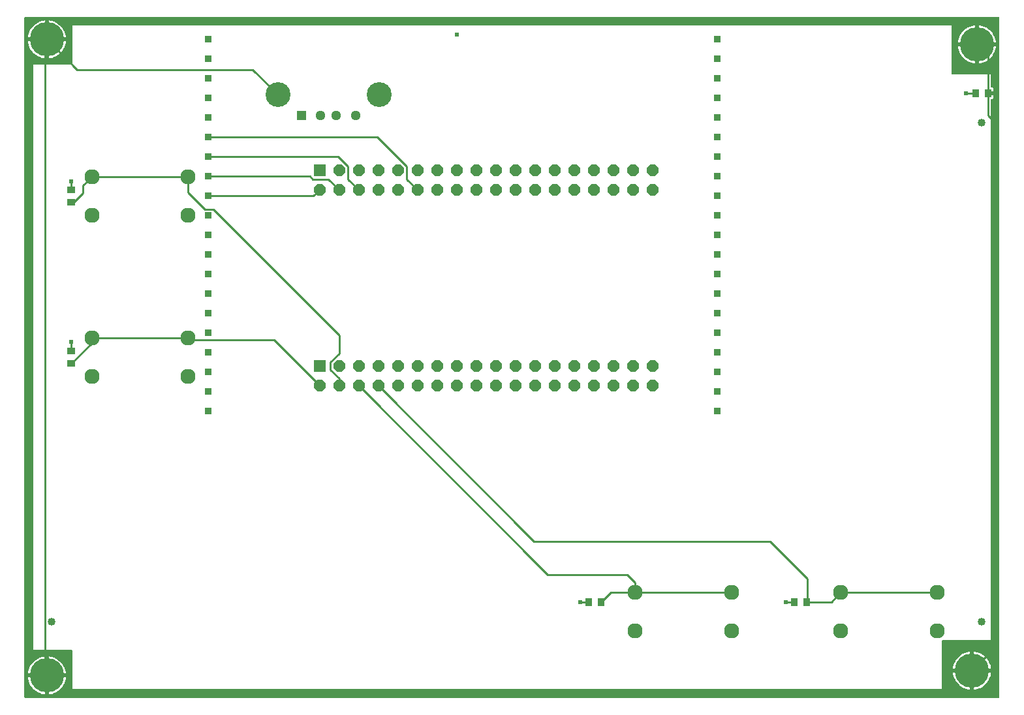
<source format=gbr>
G04 EAGLE Gerber RS-274X export*
G75*
%MOMM*%
%FSLAX34Y34*%
%LPD*%
%INTop Copper*%
%IPPOS*%
%AMOC8*
5,1,8,0,0,1.08239X$1,22.5*%
G01*
%ADD10R,1.288000X1.288000*%
%ADD11C,1.288000*%
%ADD12C,3.220000*%
%ADD13C,1.016000*%
%ADD14C,4.445000*%
%ADD15R,1.524000X1.524000*%
%ADD16P,1.649562X8X22.500000*%
%ADD17C,1.960000*%
%ADD18R,1.031241X0.949959*%
%ADD19R,0.949959X1.031241*%
%ADD20R,0.904800X0.904800*%
%ADD21C,0.254000*%
%ADD22C,0.609600*%

G36*
X1267444Y885308D02*
X1267444Y885308D01*
X1267437Y885427D01*
X1267424Y885465D01*
X1267419Y885506D01*
X1267376Y885616D01*
X1267339Y885729D01*
X1267317Y885764D01*
X1267302Y885801D01*
X1267233Y885897D01*
X1267169Y885998D01*
X1267139Y886026D01*
X1267116Y886059D01*
X1267024Y886135D01*
X1266937Y886216D01*
X1266902Y886236D01*
X1266871Y886261D01*
X1266763Y886312D01*
X1266659Y886370D01*
X1266619Y886380D01*
X1266583Y886397D01*
X1266466Y886419D01*
X1266351Y886449D01*
X1266291Y886453D01*
X1266271Y886457D01*
X1266250Y886455D01*
X1266190Y886459D01*
X3810Y886459D01*
X3692Y886444D01*
X3573Y886437D01*
X3535Y886424D01*
X3494Y886419D01*
X3384Y886376D01*
X3271Y886339D01*
X3236Y886317D01*
X3199Y886302D01*
X3103Y886233D01*
X3002Y886169D01*
X2974Y886139D01*
X2941Y886116D01*
X2865Y886024D01*
X2784Y885937D01*
X2764Y885902D01*
X2739Y885871D01*
X2688Y885763D01*
X2630Y885659D01*
X2620Y885619D01*
X2603Y885583D01*
X2581Y885466D01*
X2551Y885351D01*
X2547Y885291D01*
X2543Y885271D01*
X2545Y885250D01*
X2541Y885190D01*
X2541Y3810D01*
X2556Y3692D01*
X2563Y3573D01*
X2576Y3535D01*
X2581Y3494D01*
X2624Y3384D01*
X2661Y3271D01*
X2683Y3236D01*
X2698Y3199D01*
X2767Y3103D01*
X2831Y3002D01*
X2861Y2974D01*
X2884Y2941D01*
X2976Y2865D01*
X3063Y2784D01*
X3098Y2764D01*
X3129Y2739D01*
X3237Y2688D01*
X3341Y2630D01*
X3381Y2620D01*
X3417Y2603D01*
X3534Y2581D01*
X3649Y2551D01*
X3709Y2547D01*
X3729Y2543D01*
X3750Y2545D01*
X3810Y2541D01*
X1266190Y2541D01*
X1266308Y2556D01*
X1266427Y2563D01*
X1266465Y2576D01*
X1266506Y2581D01*
X1266616Y2624D01*
X1266729Y2661D01*
X1266764Y2683D01*
X1266801Y2698D01*
X1266897Y2767D01*
X1266998Y2831D01*
X1267026Y2861D01*
X1267059Y2884D01*
X1267135Y2976D01*
X1267216Y3063D01*
X1267236Y3098D01*
X1267261Y3129D01*
X1267312Y3237D01*
X1267370Y3341D01*
X1267380Y3381D01*
X1267397Y3417D01*
X1267419Y3534D01*
X1267449Y3649D01*
X1267453Y3709D01*
X1267457Y3729D01*
X1267455Y3750D01*
X1267459Y3810D01*
X1267459Y885190D01*
X1267444Y885308D01*
G37*
%LPC*%
G36*
X63500Y824231D02*
X63500Y824231D01*
X63618Y824246D01*
X63737Y824253D01*
X63775Y824266D01*
X63816Y824271D01*
X63926Y824314D01*
X64039Y824351D01*
X64074Y824373D01*
X64111Y824388D01*
X64207Y824458D01*
X64308Y824521D01*
X64336Y824551D01*
X64369Y824574D01*
X64445Y824666D01*
X64526Y824753D01*
X64546Y824788D01*
X64571Y824819D01*
X64622Y824927D01*
X64680Y825031D01*
X64690Y825071D01*
X64707Y825107D01*
X64729Y825224D01*
X64759Y825339D01*
X64763Y825400D01*
X64767Y825420D01*
X64765Y825440D01*
X64769Y825500D01*
X64769Y875031D01*
X1205231Y875031D01*
X1205231Y812800D01*
X1205246Y812682D01*
X1205253Y812563D01*
X1205266Y812525D01*
X1205271Y812484D01*
X1205314Y812374D01*
X1205351Y812261D01*
X1205373Y812226D01*
X1205388Y812189D01*
X1205458Y812093D01*
X1205521Y811992D01*
X1205551Y811964D01*
X1205574Y811931D01*
X1205666Y811856D01*
X1205753Y811774D01*
X1205788Y811754D01*
X1205819Y811729D01*
X1205927Y811678D01*
X1206031Y811620D01*
X1206071Y811610D01*
X1206107Y811593D01*
X1206224Y811571D01*
X1206339Y811541D01*
X1206400Y811537D01*
X1206420Y811533D01*
X1206440Y811535D01*
X1206500Y811531D01*
X1256031Y811531D01*
X1256031Y796366D01*
X1256046Y796248D01*
X1256053Y796129D01*
X1256066Y796091D01*
X1256071Y796051D01*
X1256114Y795940D01*
X1256151Y795827D01*
X1256173Y795793D01*
X1256188Y795755D01*
X1256258Y795659D01*
X1256321Y795558D01*
X1256351Y795530D01*
X1256374Y795498D01*
X1256466Y795422D01*
X1256553Y795340D01*
X1256588Y795321D01*
X1256619Y795295D01*
X1256727Y795244D01*
X1256831Y795187D01*
X1256871Y795176D01*
X1256907Y795159D01*
X1257024Y795137D01*
X1257139Y795107D01*
X1257200Y795103D01*
X1257220Y795099D01*
X1257240Y795101D01*
X1257300Y795097D01*
X1257685Y795097D01*
X1258332Y794924D01*
X1258911Y794589D01*
X1259384Y794116D01*
X1259718Y793537D01*
X1259892Y792891D01*
X1259892Y789774D01*
X1257300Y789774D01*
X1257182Y789759D01*
X1257063Y789752D01*
X1257025Y789739D01*
X1256984Y789734D01*
X1256874Y789690D01*
X1256761Y789654D01*
X1256726Y789632D01*
X1256689Y789617D01*
X1256593Y789547D01*
X1256492Y789484D01*
X1256464Y789454D01*
X1256431Y789430D01*
X1256356Y789339D01*
X1256274Y789252D01*
X1256254Y789217D01*
X1256229Y789185D01*
X1256178Y789078D01*
X1256120Y788974D01*
X1256110Y788934D01*
X1256093Y788898D01*
X1256071Y788781D01*
X1256041Y788666D01*
X1256037Y788605D01*
X1256033Y788585D01*
X1256035Y788565D01*
X1256031Y788505D01*
X1256031Y786295D01*
X1256046Y786177D01*
X1256053Y786058D01*
X1256066Y786020D01*
X1256071Y785980D01*
X1256114Y785869D01*
X1256151Y785756D01*
X1256173Y785721D01*
X1256188Y785684D01*
X1256258Y785588D01*
X1256321Y785487D01*
X1256351Y785459D01*
X1256374Y785427D01*
X1256466Y785351D01*
X1256553Y785269D01*
X1256588Y785250D01*
X1256619Y785224D01*
X1256727Y785173D01*
X1256831Y785116D01*
X1256871Y785105D01*
X1256907Y785088D01*
X1257024Y785066D01*
X1257139Y785036D01*
X1257200Y785032D01*
X1257220Y785028D01*
X1257240Y785030D01*
X1257300Y785026D01*
X1259891Y785026D01*
X1259892Y781909D01*
X1259718Y781263D01*
X1259384Y780684D01*
X1258911Y780211D01*
X1258332Y779876D01*
X1257685Y779703D01*
X1257300Y779703D01*
X1257182Y779688D01*
X1257063Y779681D01*
X1257025Y779668D01*
X1256984Y779663D01*
X1256874Y779619D01*
X1256761Y779583D01*
X1256726Y779561D01*
X1256689Y779546D01*
X1256593Y779476D01*
X1256492Y779413D01*
X1256464Y779383D01*
X1256431Y779359D01*
X1256356Y779268D01*
X1256274Y779181D01*
X1256254Y779146D01*
X1256229Y779114D01*
X1256178Y779007D01*
X1256120Y778902D01*
X1256110Y778863D01*
X1256093Y778827D01*
X1256071Y778710D01*
X1256041Y778595D01*
X1256037Y778534D01*
X1256033Y778514D01*
X1256035Y778494D01*
X1256031Y778434D01*
X1256031Y77469D01*
X1193800Y77469D01*
X1193682Y77454D01*
X1193563Y77447D01*
X1193525Y77434D01*
X1193484Y77429D01*
X1193374Y77386D01*
X1193261Y77349D01*
X1193226Y77327D01*
X1193189Y77312D01*
X1193093Y77243D01*
X1192992Y77179D01*
X1192964Y77149D01*
X1192931Y77126D01*
X1192856Y77034D01*
X1192774Y76947D01*
X1192754Y76912D01*
X1192729Y76881D01*
X1192678Y76773D01*
X1192620Y76669D01*
X1192610Y76629D01*
X1192593Y76593D01*
X1192571Y76476D01*
X1192541Y76361D01*
X1192537Y76301D01*
X1192533Y76281D01*
X1192535Y76260D01*
X1192531Y76200D01*
X1192531Y13969D01*
X64769Y13969D01*
X64769Y63500D01*
X64754Y63618D01*
X64747Y63737D01*
X64734Y63775D01*
X64729Y63816D01*
X64686Y63926D01*
X64649Y64039D01*
X64627Y64074D01*
X64612Y64111D01*
X64543Y64207D01*
X64479Y64308D01*
X64449Y64336D01*
X64426Y64369D01*
X64334Y64445D01*
X64247Y64526D01*
X64212Y64546D01*
X64181Y64571D01*
X64073Y64622D01*
X63969Y64680D01*
X63929Y64690D01*
X63893Y64707D01*
X63776Y64729D01*
X63661Y64759D01*
X63601Y64763D01*
X63581Y64767D01*
X63560Y64765D01*
X63500Y64769D01*
X13969Y64769D01*
X13969Y824231D01*
X63500Y824231D01*
G37*
%LPD*%
%LPC*%
G36*
X34289Y859789D02*
X34289Y859789D01*
X34289Y881886D01*
X35905Y881704D01*
X38617Y881085D01*
X41242Y880167D01*
X43749Y878960D01*
X46104Y877480D01*
X48279Y875745D01*
X50245Y873779D01*
X51980Y871604D01*
X53460Y869249D01*
X54667Y866742D01*
X55585Y864117D01*
X56204Y861405D01*
X56386Y859789D01*
X34289Y859789D01*
G37*
%LPD*%
%LPC*%
G36*
X1240789Y853439D02*
X1240789Y853439D01*
X1240789Y875536D01*
X1242405Y875354D01*
X1245117Y874735D01*
X1247742Y873817D01*
X1250249Y872610D01*
X1252604Y871130D01*
X1254779Y869395D01*
X1256745Y867429D01*
X1258480Y865254D01*
X1259960Y862899D01*
X1261167Y860392D01*
X1262085Y857767D01*
X1262704Y855055D01*
X1262886Y853439D01*
X1240789Y853439D01*
G37*
%LPD*%
%LPC*%
G36*
X1234439Y40639D02*
X1234439Y40639D01*
X1234439Y62736D01*
X1236055Y62554D01*
X1238767Y61935D01*
X1241392Y61017D01*
X1243899Y59810D01*
X1246254Y58330D01*
X1248429Y56595D01*
X1250395Y54629D01*
X1252130Y52454D01*
X1253610Y50099D01*
X1254817Y47592D01*
X1255735Y44967D01*
X1256354Y42255D01*
X1256536Y40639D01*
X1234439Y40639D01*
G37*
%LPD*%
%LPC*%
G36*
X34289Y34289D02*
X34289Y34289D01*
X34289Y56386D01*
X35905Y56204D01*
X38617Y55585D01*
X41242Y54667D01*
X43749Y53460D01*
X46104Y51980D01*
X48279Y50245D01*
X50245Y48279D01*
X51980Y46104D01*
X53460Y43749D01*
X54667Y41242D01*
X55585Y38617D01*
X56204Y35905D01*
X56386Y34289D01*
X34289Y34289D01*
G37*
%LPD*%
%LPC*%
G36*
X7114Y859789D02*
X7114Y859789D01*
X7296Y861405D01*
X7915Y864117D01*
X8833Y866742D01*
X10040Y869249D01*
X11520Y871604D01*
X13255Y873779D01*
X15221Y875745D01*
X17396Y877480D01*
X19751Y878960D01*
X22258Y880167D01*
X24883Y881085D01*
X27595Y881704D01*
X29211Y881886D01*
X29211Y859789D01*
X7114Y859789D01*
G37*
%LPD*%
%LPC*%
G36*
X1213614Y853439D02*
X1213614Y853439D01*
X1213796Y855055D01*
X1214415Y857767D01*
X1215333Y860392D01*
X1216540Y862899D01*
X1218020Y865254D01*
X1219755Y867429D01*
X1221721Y869395D01*
X1223896Y871130D01*
X1226251Y872610D01*
X1228758Y873817D01*
X1231383Y874735D01*
X1234095Y875354D01*
X1235711Y875536D01*
X1235711Y853439D01*
X1213614Y853439D01*
G37*
%LPD*%
%LPC*%
G36*
X34289Y854711D02*
X34289Y854711D01*
X56386Y854711D01*
X56204Y853095D01*
X55585Y850383D01*
X54667Y847758D01*
X53460Y845251D01*
X51980Y842896D01*
X50245Y840721D01*
X48279Y838755D01*
X46104Y837020D01*
X43749Y835540D01*
X41242Y834333D01*
X38617Y833415D01*
X35905Y832796D01*
X34289Y832614D01*
X34289Y854711D01*
G37*
%LPD*%
%LPC*%
G36*
X1240789Y848361D02*
X1240789Y848361D01*
X1262886Y848361D01*
X1262704Y846745D01*
X1262085Y844033D01*
X1261167Y841408D01*
X1259960Y838901D01*
X1258480Y836546D01*
X1256745Y834371D01*
X1254779Y832405D01*
X1252604Y830670D01*
X1250249Y829190D01*
X1247742Y827983D01*
X1245117Y827065D01*
X1242405Y826446D01*
X1240789Y826264D01*
X1240789Y848361D01*
G37*
%LPD*%
%LPC*%
G36*
X1207264Y40639D02*
X1207264Y40639D01*
X1207446Y42255D01*
X1208065Y44967D01*
X1208983Y47592D01*
X1210190Y50099D01*
X1211670Y52454D01*
X1213405Y54629D01*
X1215371Y56595D01*
X1217546Y58330D01*
X1219901Y59810D01*
X1222408Y61017D01*
X1225033Y61935D01*
X1227745Y62554D01*
X1229361Y62736D01*
X1229361Y40639D01*
X1207264Y40639D01*
G37*
%LPD*%
%LPC*%
G36*
X7114Y34289D02*
X7114Y34289D01*
X7296Y35905D01*
X7915Y38617D01*
X8833Y41242D01*
X10040Y43749D01*
X11520Y46104D01*
X13255Y48279D01*
X15221Y50245D01*
X17396Y51980D01*
X19751Y53460D01*
X22258Y54667D01*
X24883Y55585D01*
X27595Y56204D01*
X29211Y56386D01*
X29211Y34289D01*
X7114Y34289D01*
G37*
%LPD*%
%LPC*%
G36*
X1234439Y35561D02*
X1234439Y35561D01*
X1256536Y35561D01*
X1256354Y33945D01*
X1255735Y31233D01*
X1254817Y28608D01*
X1253610Y26101D01*
X1252130Y23746D01*
X1250395Y21571D01*
X1248429Y19605D01*
X1246254Y17870D01*
X1243899Y16390D01*
X1241392Y15183D01*
X1238767Y14265D01*
X1236055Y13646D01*
X1234439Y13464D01*
X1234439Y35561D01*
G37*
%LPD*%
%LPC*%
G36*
X34289Y29211D02*
X34289Y29211D01*
X56386Y29211D01*
X56204Y27595D01*
X55585Y24883D01*
X54667Y22258D01*
X53460Y19751D01*
X51980Y17396D01*
X50245Y15221D01*
X48279Y13255D01*
X46104Y11520D01*
X43749Y10040D01*
X41242Y8833D01*
X38617Y7915D01*
X35905Y7296D01*
X34289Y7114D01*
X34289Y29211D01*
G37*
%LPD*%
%LPC*%
G36*
X27595Y832796D02*
X27595Y832796D01*
X24883Y833415D01*
X22258Y834333D01*
X19751Y835540D01*
X17396Y837020D01*
X15221Y838755D01*
X13255Y840721D01*
X11520Y842896D01*
X10040Y845251D01*
X8833Y847758D01*
X7915Y850383D01*
X7296Y853095D01*
X7114Y854711D01*
X29211Y854711D01*
X29211Y832614D01*
X27595Y832796D01*
G37*
%LPD*%
%LPC*%
G36*
X1234095Y826446D02*
X1234095Y826446D01*
X1231383Y827065D01*
X1228758Y827983D01*
X1226251Y829190D01*
X1223896Y830670D01*
X1221721Y832405D01*
X1219755Y834371D01*
X1218020Y836546D01*
X1216540Y838901D01*
X1215333Y841408D01*
X1214415Y844033D01*
X1213796Y846745D01*
X1213614Y848361D01*
X1235711Y848361D01*
X1235711Y826264D01*
X1234095Y826446D01*
G37*
%LPD*%
%LPC*%
G36*
X1227745Y13646D02*
X1227745Y13646D01*
X1225033Y14265D01*
X1222408Y15183D01*
X1219901Y16390D01*
X1217546Y17870D01*
X1215371Y19605D01*
X1213405Y21571D01*
X1211670Y23746D01*
X1210190Y26101D01*
X1208983Y28608D01*
X1208065Y31233D01*
X1207446Y33945D01*
X1207264Y35561D01*
X1229361Y35561D01*
X1229361Y13464D01*
X1227745Y13646D01*
G37*
%LPD*%
%LPC*%
G36*
X27595Y7296D02*
X27595Y7296D01*
X24883Y7915D01*
X22258Y8833D01*
X19751Y10040D01*
X17396Y11520D01*
X15221Y13255D01*
X13255Y15221D01*
X11520Y17396D01*
X10040Y19751D01*
X8833Y22258D01*
X7915Y24883D01*
X7296Y27595D01*
X7114Y29211D01*
X29211Y29211D01*
X29211Y7114D01*
X27595Y7296D01*
G37*
%LPD*%
%LPC*%
G36*
X31749Y857249D02*
X31749Y857249D01*
X31749Y857251D01*
X31751Y857251D01*
X31751Y857249D01*
X31749Y857249D01*
G37*
%LPD*%
%LPC*%
G36*
X1238249Y850899D02*
X1238249Y850899D01*
X1238249Y850901D01*
X1238251Y850901D01*
X1238251Y850899D01*
X1238249Y850899D01*
G37*
%LPD*%
%LPC*%
G36*
X1231899Y38099D02*
X1231899Y38099D01*
X1231899Y38101D01*
X1231901Y38101D01*
X1231901Y38099D01*
X1231899Y38099D01*
G37*
%LPD*%
%LPC*%
G36*
X31749Y31749D02*
X31749Y31749D01*
X31749Y31751D01*
X31751Y31751D01*
X31751Y31749D01*
X31749Y31749D01*
G37*
%LPD*%
D10*
X361950Y758190D03*
D11*
X386950Y758190D03*
X406950Y758190D03*
X431950Y758190D03*
D12*
X331250Y785290D03*
X462650Y785290D03*
D13*
X38100Y101600D03*
X1244600Y101600D03*
X1244600Y749300D03*
D14*
X31750Y857250D03*
D15*
X385490Y687330D03*
D16*
X385490Y661930D03*
X410890Y687330D03*
X410890Y661930D03*
X436290Y687330D03*
X436290Y661930D03*
X461690Y687330D03*
X461690Y661930D03*
X487090Y687330D03*
X487090Y661930D03*
X512490Y687330D03*
X512490Y661930D03*
X537890Y687330D03*
X537890Y661930D03*
X563290Y687330D03*
X563290Y661930D03*
X588690Y687330D03*
X588690Y661930D03*
X614090Y687330D03*
X614090Y661930D03*
X639490Y687330D03*
X639490Y661930D03*
X664890Y687330D03*
X664890Y661930D03*
X690290Y687330D03*
X690290Y661930D03*
X715690Y687330D03*
X715690Y661930D03*
X741090Y687330D03*
X741090Y661930D03*
X766490Y687330D03*
X766490Y661930D03*
X791890Y687330D03*
X791890Y661930D03*
X817290Y687330D03*
X817290Y661930D03*
D15*
X385490Y433330D03*
D16*
X385490Y407930D03*
X410890Y433330D03*
X410890Y407930D03*
X436290Y433330D03*
X436290Y407930D03*
X461690Y433330D03*
X461690Y407930D03*
X487090Y433330D03*
X487090Y407930D03*
X512490Y433330D03*
X512490Y407930D03*
X537890Y433330D03*
X537890Y407930D03*
X563290Y433330D03*
X563290Y407930D03*
X588690Y433330D03*
X588690Y407930D03*
X614090Y433330D03*
X614090Y407930D03*
X639490Y433330D03*
X639490Y407930D03*
X664890Y433330D03*
X664890Y407930D03*
X690290Y433330D03*
X690290Y407930D03*
X715690Y433330D03*
X715690Y407930D03*
X741090Y433330D03*
X741090Y407930D03*
X766490Y433330D03*
X766490Y407930D03*
X791890Y433330D03*
X791890Y407930D03*
X817290Y433330D03*
X817290Y407930D03*
D17*
X214900Y679050D03*
X214900Y629050D03*
X89900Y629050D03*
X89900Y679050D03*
D18*
X63500Y646049D03*
X63500Y662051D03*
D17*
X919750Y139300D03*
X919750Y89300D03*
X794750Y89300D03*
X794750Y139300D03*
X214900Y469500D03*
X214900Y419500D03*
X89900Y419500D03*
X89900Y469500D03*
X1186450Y139300D03*
X1186450Y89300D03*
X1061450Y89300D03*
X1061450Y139300D03*
D18*
X63500Y436499D03*
X63500Y452501D03*
D19*
X750951Y127000D03*
X734949Y127000D03*
X1017651Y127000D03*
X1001649Y127000D03*
D14*
X31750Y31750D03*
X1231900Y38100D03*
X1238250Y850900D03*
D19*
X1252601Y787400D03*
X1236599Y787400D03*
D20*
X241300Y857250D03*
X241300Y831850D03*
X241300Y806450D03*
X241300Y781050D03*
X241300Y755650D03*
X241300Y730250D03*
X241300Y704850D03*
X241300Y679450D03*
X241300Y654050D03*
X241300Y628650D03*
X241300Y603250D03*
X241300Y577850D03*
X241300Y552450D03*
X241300Y527050D03*
X241300Y501650D03*
X241300Y476250D03*
X241300Y450850D03*
X241300Y425450D03*
X241300Y400050D03*
X241300Y374650D03*
X901700Y857250D03*
X901700Y831850D03*
X901700Y806450D03*
X901700Y781050D03*
X901700Y755650D03*
X901700Y730250D03*
X901700Y704850D03*
X901700Y679450D03*
X901700Y654050D03*
X901700Y628650D03*
X901700Y603250D03*
X901700Y577850D03*
X901700Y552450D03*
X901700Y527050D03*
X901700Y501650D03*
X901700Y476250D03*
X901700Y450850D03*
X901700Y425450D03*
X901700Y400050D03*
X901700Y374650D03*
D21*
X1224280Y787400D02*
X1236599Y787400D01*
D22*
X1224280Y787400D03*
X563880Y863600D03*
D21*
X498520Y675900D02*
X512490Y661930D01*
X498520Y675900D02*
X498520Y692065D01*
X460335Y730250D02*
X241300Y730250D01*
X460335Y730250D02*
X498520Y692065D01*
X436290Y661930D02*
X422320Y675900D01*
X422320Y692065D01*
X409535Y704850D02*
X241300Y704850D01*
X409535Y704850D02*
X422320Y692065D01*
X377610Y654050D02*
X241300Y654050D01*
X377610Y654050D02*
X385490Y661930D01*
X372742Y679450D02*
X241300Y679450D01*
X396920Y675900D02*
X410890Y661930D01*
X376292Y675900D02*
X372742Y679450D01*
X376292Y675900D02*
X396920Y675900D01*
X794750Y139300D02*
X919750Y139300D01*
X763251Y139300D02*
X750951Y127000D01*
X763251Y139300D02*
X794750Y139300D01*
X681660Y162560D02*
X436290Y407930D01*
X681660Y162560D02*
X784860Y162560D01*
X794750Y152670D01*
X794750Y139300D01*
X385490Y407930D02*
X326460Y466960D01*
X217440Y466960D01*
X214900Y469500D01*
X89900Y469500D01*
X89900Y462899D01*
X63500Y436499D01*
X214900Y658860D02*
X214900Y679050D01*
X89900Y679050D01*
X78740Y667890D01*
X78740Y657860D01*
X66929Y646049D01*
X63500Y646049D01*
X399460Y438065D02*
X399460Y428596D01*
X410890Y417166D02*
X410890Y407930D01*
X410890Y417166D02*
X399460Y428596D01*
X399460Y438065D02*
X410890Y449495D01*
X236776Y636984D02*
X214900Y658860D01*
X236776Y636984D02*
X247402Y636984D01*
X410890Y473496D01*
X410890Y449495D01*
X1061450Y139300D02*
X1186450Y139300D01*
X1061450Y139300D02*
X1049150Y127000D01*
X1018540Y127000D01*
X1017651Y127000D01*
X663880Y205740D02*
X461690Y407930D01*
X663880Y205740D02*
X970280Y205740D01*
X1018540Y157480D01*
X1018540Y127000D01*
X63500Y452501D02*
X63500Y464820D01*
D22*
X63500Y464820D03*
D21*
X63500Y662051D02*
X63500Y673100D01*
D22*
X63500Y673100D03*
D21*
X723900Y127000D02*
X734949Y127000D01*
D22*
X723900Y127000D03*
D21*
X990600Y127000D02*
X1001649Y127000D01*
D22*
X990600Y127000D03*
D21*
X31750Y857250D02*
X29210Y854710D01*
X29210Y34290D01*
X31750Y31750D01*
X71120Y817880D02*
X31750Y857250D01*
X298660Y817880D02*
X331250Y785290D01*
X298660Y817880D02*
X71120Y817880D01*
X1238250Y850900D02*
X1252601Y836549D01*
X1252601Y787400D01*
X1252601Y758804D01*
X1256978Y754427D01*
X1256978Y63178D01*
X1231900Y38100D01*
M02*

</source>
